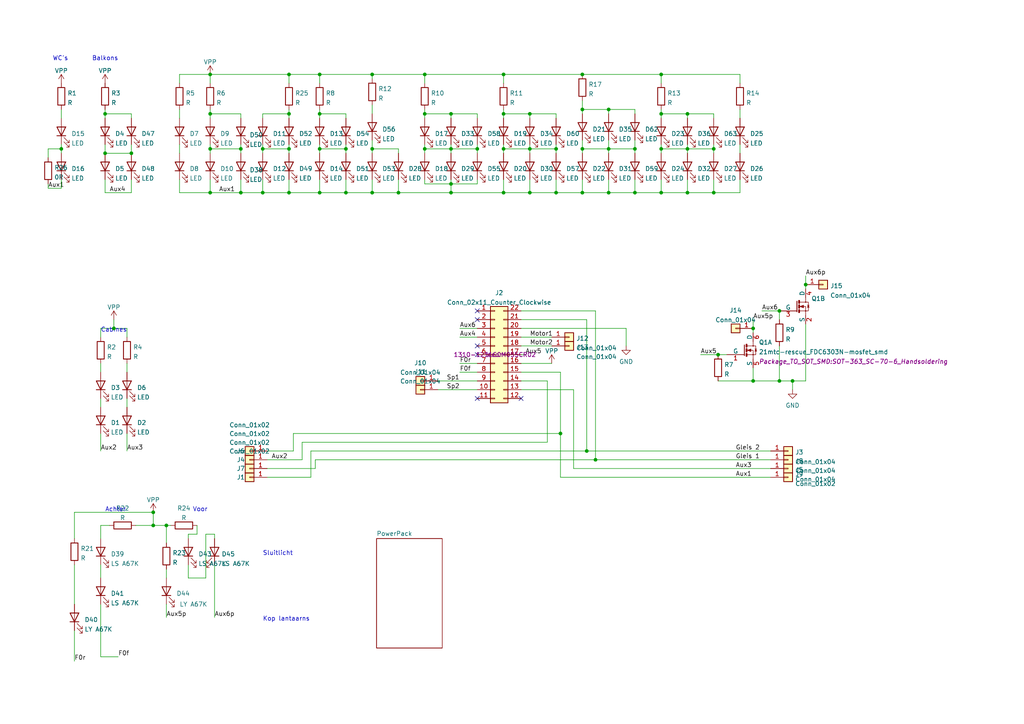
<source format=kicad_sch>
(kicad_sch (version 20211123) (generator eeschema)
  (paper "A4")
  (lib_symbols
    (symbol "21mtc-cache:21mtc-rescue_FDC6303N-mosfet_smd" (pin_names (offset 0))
      (property "Reference" "Q" (at 5.08 1.905 0))
      (property "Value" "21mtc-rescue_FDC6303N-mosfet_smd" (at 5.08 0 0))
      (property "Footprint" "SOT-363" (at 5.08 -1.905 0))
      (symbol "21mtc-rescue_FDC6303N-mosfet_smd_1_1"
        (pin input line (at -5.08 -1.27 0) (length 5.08) (name "G") (number "1"))
        (pin passive line (at 2.54 -5.08 90) (length 2.54) (name "S") (number "5"))
        (pin passive line (at 2.54 5.08 270) (length 2.54) (name "D") (number "6"))
      )
      (symbol "21mtc-rescue_FDC6303N-mosfet_smd_2_1"
        (pin passive line (at 2.54 -5.08 90) (length 2.54) (name "S") (number "2"))
        (pin input line (at -5.08 -1.27 0) (length 5.08) (name "G") (number "3"))
        (pin passive line (at 2.54 5.08 270) (length 2.54) (name "D") (number "4"))
      )
    )
    (symbol "Connector_Generic:Conn_01x01" (pin_names (offset 1.016) hide)
      (property "Reference" "J" (at 0 2.54 0))
      (property "Value" "Conn_01x01" (at 0 -2.54 0))
      (symbol "Conn_01x01_1_1"
        (pin passive line (at -5.08 0 0) (length 3.81) (name "Pin_1") (number "1"))
      )
    )
    (symbol "Connector_Generic:Conn_02x11_Counter_Clockwise" (pin_names (offset 1.016) hide)
      (property "Reference" "J" (at 1.27 15.24 0))
      (property "Value" "Conn_02x11_Counter_Clockwise" (at 1.27 -15.24 0))
      (symbol "Conn_02x11_Counter_Clockwise_1_1"
        (pin passive line (at -5.08 12.7 0) (length 3.81) (name "Pin_1") (number "1"))
        (pin passive line (at -5.08 -10.16 0) (length 3.81) (name "Pin_10") (number "10"))
        (pin passive line (at -5.08 -12.7 0) (length 3.81) (name "Pin_11") (number "11"))
        (pin passive line (at 7.62 -12.7 180) (length 3.81) (name "Pin_12") (number "12"))
        (pin passive line (at 7.62 -10.16 180) (length 3.81) (name "Pin_13") (number "13"))
        (pin passive line (at 7.62 -7.62 180) (length 3.81) (name "Pin_14") (number "14"))
        (pin passive line (at 7.62 -5.08 180) (length 3.81) (name "Pin_15") (number "15"))
        (pin passive line (at 7.62 -2.54 180) (length 3.81) (name "Pin_16") (number "16"))
        (pin passive line (at 7.62 0 180) (length 3.81) (name "Pin_17") (number "17"))
        (pin passive line (at 7.62 2.54 180) (length 3.81) (name "Pin_18") (number "18"))
        (pin passive line (at 7.62 5.08 180) (length 3.81) (name "Pin_19") (number "19"))
        (pin passive line (at -5.08 10.16 0) (length 3.81) (name "Pin_2") (number "2"))
        (pin passive line (at 7.62 7.62 180) (length 3.81) (name "Pin_20") (number "20"))
        (pin passive line (at 7.62 10.16 180) (length 3.81) (name "Pin_21") (number "21"))
        (pin passive line (at 7.62 12.7 180) (length 3.81) (name "Pin_22") (number "22"))
        (pin passive line (at -5.08 7.62 0) (length 3.81) (name "Pin_3") (number "3"))
        (pin passive line (at -5.08 5.08 0) (length 3.81) (name "Pin_4") (number "4"))
        (pin passive line (at -5.08 2.54 0) (length 3.81) (name "Pin_5") (number "5"))
        (pin passive line (at -5.08 0 0) (length 3.81) (name "Pin_6") (number "6"))
        (pin passive line (at -5.08 -2.54 0) (length 3.81) (name "Pin_7") (number "7"))
        (pin passive line (at -5.08 -5.08 0) (length 3.81) (name "Pin_8") (number "8"))
        (pin passive line (at -5.08 -7.62 0) (length 3.81) (name "Pin_9") (number "9"))
      )
    )
    (symbol "Device:LED" (pin_numbers hide) (pin_names (offset 1.016) hide)
      (property "Reference" "D" (at 0 2.54 0))
      (property "Value" "LED" (at 0 -2.54 0))
      (symbol "LED_1_1"
        (pin passive line (at -3.81 0 0) (length 2.54) (name "K") (number "1"))
        (pin passive line (at 3.81 0 180) (length 2.54) (name "A") (number "2"))
      )
    )
    (symbol "Device:R" (pin_numbers hide) (pin_names (offset 0))
      (property "Reference" "R" (at 2.032 0 90))
      (property "Value" "R" (at 0 0 90))
      (symbol "R_1_1"
        (pin passive line (at 0 3.81 270) (length 1.27) (name "~") (number "1"))
        (pin passive line (at 0 -3.81 90) (length 1.27) (name "~") (number "2"))
      )
    )
    (symbol "power:GND" (power) (pin_names (offset 0))
      (property "Value" "GND" (at 0 -3.81 0))
      (symbol "GND_1_1"
        (pin power_in line (at 0 0 270) (length 0) hide (name "GND") (number "1"))
      )
    )
    (symbol "power:VPP" (power) (pin_names (offset 0))
      (property "Value" "VPP" (at 0 3.81 0))
      (symbol "VPP_1_1"
        (pin power_in line (at 0 0 90) (length 0) hide (name "VPP") (number "1"))
      )
    )
    (symbol "pyth:LED_LS_A67K" (pin_numbers hide) (pin_names (offset 1.016) hide)
      (property "Reference" "D" (at 0 2.54 0))
      (symbol "LED_LS_A67K_1_1"
        (pin passive line (at -3.81 0 0) (length 2.54) (name "K") (number "1"))
        (pin passive line (at 3.81 0 180) (length 2.54) (name "A") (number "2"))
      )
    )
    (symbol "pyth:LY A67K" (pin_numbers hide) (pin_names (offset 1.016) hide)
      (property "Reference" "D" (at 0 2.54 0))
      (symbol "LY A67K_1_1"
        (pin passive line (at -3.81 0 0) (length 2.54) (name "K") (number "1"))
        (pin passive line (at 3.81 0 180) (length 2.54) (name "A") (number "2"))
      )
    )
  )
  (junction (at 184.15 55.88))
  (junction (at 226.06 90.17))
  (junction (at 146.05 43.18))
  (junction (at 92.71 33.02))
  (junction (at 60.96 43.18))
  (junction (at 208.28 102.87))
  (junction (at 69.85 43.18))
  (junction (at 138.43 43.18))
  (junction (at 199.39 55.88))
  (junction (at 199.39 33.02))
  (junction (at 33.02 95.25))
  (junction (at 153.67 43.18))
  (junction (at 176.53 31.75))
  (junction (at 168.91 43.18))
  (junction (at 92.71 43.18))
  (junction (at 130.81 43.18))
  (junction (at 191.77 33.02))
  (junction (at 83.82 55.88))
  (junction (at 60.96 33.02))
  (junction (at 233.68 82.55))
  (junction (at 199.39 43.18))
  (junction (at 83.82 21.59))
  (junction (at 123.19 43.18))
  (junction (at 153.67 55.88))
  (junction (at 100.33 55.88))
  (junction (at 17.78 43.18))
  (junction (at 76.2 43.18))
  (junction (at 107.95 21.59))
  (junction (at 123.19 33.02))
  (junction (at 115.57 55.88))
  (junction (at 161.29 55.88))
  (junction (at 172.72 133.35))
  (junction (at 123.19 21.59))
  (junction (at 44.45 152.4))
  (junction (at 207.01 55.88))
  (junction (at 207.01 43.18))
  (junction (at 38.1 44.45))
  (junction (at 176.53 43.18))
  (junction (at 92.71 21.59))
  (junction (at 146.05 21.59))
  (junction (at 168.91 31.75))
  (junction (at 218.44 110.49))
  (junction (at 191.77 21.59))
  (junction (at 191.77 55.88))
  (junction (at 30.48 33.02))
  (junction (at 107.95 55.88))
  (junction (at 146.05 55.88))
  (junction (at 60.96 55.88))
  (junction (at 191.77 43.18))
  (junction (at 130.81 55.88))
  (junction (at 170.18 130.81))
  (junction (at 69.85 55.88))
  (junction (at 100.33 43.18))
  (junction (at 76.2 55.88))
  (junction (at 229.87 110.49))
  (junction (at 83.82 43.18))
  (junction (at 162.56 125.73))
  (junction (at 176.53 55.88))
  (junction (at 168.91 55.88))
  (junction (at 153.67 33.02))
  (junction (at 168.91 21.59))
  (junction (at 226.06 110.49))
  (junction (at 161.29 43.18))
  (junction (at 48.26 152.4))
  (junction (at 83.82 33.02))
  (junction (at 130.81 33.02))
  (junction (at 60.96 21.59))
  (junction (at 218.44 95.25))
  (junction (at 146.05 33.02))
  (junction (at 184.15 43.18))
  (junction (at 30.48 44.45))
  (junction (at 44.45 148.59))
  (junction (at 92.71 55.88))
  (junction (at 130.81 53.34))
  (junction (at 107.95 43.18))
  (no_connect (at 138.43 102.87))
  (no_connect (at 138.43 115.57))
  (no_connect (at 138.43 90.17))
  (no_connect (at 138.43 100.33))
  (no_connect (at 138.43 92.71))
  (no_connect (at 151.13 115.57))
  (wire (pts (xy 100.33 34.29) (xy 100.33 33.02)))
  (wire (pts (xy 203.2 102.87) (xy 208.28 102.87)))
  (wire (pts (xy 60.96 52.07) (xy 60.96 55.88)))
  (wire (pts (xy 153.67 33.02) (xy 146.05 33.02)))
  (wire (pts (xy 30.48 31.75) (xy 30.48 33.02)))
  (wire (pts (xy 153.67 41.91) (xy 153.67 43.18)))
  (wire (pts (xy 123.19 24.13) (xy 123.19 21.59)))
  (wire (pts (xy 90.17 130.81) (xy 170.18 130.81)))
  (wire (pts (xy 153.67 43.18) (xy 153.67 44.45)))
  (wire (pts (xy 57.15 152.4) (xy 57.15 154.94)))
  (wire (pts (xy 52.07 21.59) (xy 60.96 21.59)))
  (wire (pts (xy 181.61 95.25) (xy 181.61 100.33)))
  (wire (pts (xy 226.06 90.17) (xy 226.06 92.71)))
  (wire (pts (xy 161.29 43.18) (xy 161.29 44.45)))
  (wire (pts (xy 60.96 21.59) (xy 83.82 21.59)))
  (wire (pts (xy 176.53 43.18) (xy 176.53 44.45)))
  (wire (pts (xy 127 113.03) (xy 138.43 113.03)))
  (wire (pts (xy 107.95 21.59) (xy 92.71 21.59)))
  (wire (pts (xy 59.69 167.64) (xy 54.61 167.64)))
  (wire (pts (xy 184.15 43.18) (xy 176.53 43.18)))
  (wire (pts (xy 168.91 43.18) (xy 168.91 44.45)))
  (wire (pts (xy 123.19 43.18) (xy 130.81 43.18)))
  (wire (pts (xy 207.01 52.07) (xy 207.01 55.88)))
  (wire (pts (xy 146.05 43.18) (xy 146.05 44.45)))
  (wire (pts (xy 130.81 53.34) (xy 130.81 55.88)))
  (wire (pts (xy 166.37 113.03) (xy 166.37 135.89)))
  (wire (pts (xy 146.05 24.13) (xy 146.05 21.59)))
  (wire (pts (xy 52.07 55.88) (xy 60.96 55.88)))
  (wire (pts (xy 13.97 45.72) (xy 13.97 43.18)))
  (wire (pts (xy 29.21 105.41) (xy 29.21 107.95)))
  (wire (pts (xy 199.39 55.88) (xy 191.77 55.88)))
  (wire (pts (xy 214.63 52.07) (xy 214.63 55.88)))
  (wire (pts (xy 17.78 31.75) (xy 17.78 34.29)))
  (wire (pts (xy 223.52 133.35) (xy 172.72 133.35)))
  (wire (pts (xy 161.29 33.02) (xy 153.67 33.02)))
  (wire (pts (xy 158.75 110.49) (xy 158.75 128.27)))
  (wire (pts (xy 83.82 24.13) (xy 83.82 21.59)))
  (wire (pts (xy 214.63 41.91) (xy 214.63 44.45)))
  (wire (pts (xy 146.05 41.91) (xy 146.05 43.18)))
  (wire (pts (xy 60.96 43.18) (xy 60.96 44.45)))
  (wire (pts (xy 226.06 100.33) (xy 226.06 110.49)))
  (wire (pts (xy 30.48 41.91) (xy 30.48 44.45)))
  (wire (pts (xy 172.72 133.35) (xy 91.44 133.35)))
  (wire (pts (xy 226.06 110.49) (xy 229.87 110.49)))
  (wire (pts (xy 100.33 43.18) (xy 100.33 44.45)))
  (wire (pts (xy 107.95 43.18) (xy 107.95 44.45)))
  (wire (pts (xy 44.45 152.4) (xy 48.26 152.4)))
  (wire (pts (xy 130.81 52.07) (xy 130.81 53.34)))
  (wire (pts (xy 52.07 52.07) (xy 52.07 55.88)))
  (wire (pts (xy 76.2 41.91) (xy 76.2 43.18)))
  (wire (pts (xy 184.15 44.45) (xy 184.15 43.18)))
  (wire (pts (xy 52.07 41.91) (xy 52.07 44.45)))
  (wire (pts (xy 77.47 130.81) (xy 85.09 130.81)))
  (wire (pts (xy 21.59 163.83) (xy 21.59 175.26)))
  (wire (pts (xy 91.44 133.35) (xy 91.44 135.89)))
  (wire (pts (xy 29.21 97.79) (xy 29.21 95.25)))
  (wire (pts (xy 33.02 92.71) (xy 33.02 95.25)))
  (wire (pts (xy 199.39 43.18) (xy 207.01 43.18)))
  (wire (pts (xy 138.43 34.29) (xy 138.43 33.02)))
  (wire (pts (xy 83.82 33.02) (xy 83.82 34.29)))
  (wire (pts (xy 92.71 43.18) (xy 92.71 44.45)))
  (wire (pts (xy 48.26 175.26) (xy 48.26 179.07)))
  (wire (pts (xy 161.29 34.29) (xy 161.29 33.02)))
  (wire (pts (xy 29.21 175.26) (xy 29.21 190.5)))
  (wire (pts (xy 184.15 55.88) (xy 184.15 52.07)))
  (wire (pts (xy 83.82 52.07) (xy 83.82 55.88)))
  (wire (pts (xy 48.26 152.4) (xy 49.53 152.4)))
  (wire (pts (xy 191.77 41.91) (xy 191.77 43.18)))
  (wire (pts (xy 29.21 115.57) (xy 29.21 118.11)))
  (wire (pts (xy 36.83 105.41) (xy 36.83 107.95)))
  (wire (pts (xy 146.05 21.59) (xy 123.19 21.59)))
  (wire (pts (xy 87.63 128.27) (xy 87.63 133.35)))
  (wire (pts (xy 76.2 52.07) (xy 76.2 55.88)))
  (wire (pts (xy 218.44 95.25) (xy 218.44 96.52)))
  (wire (pts (xy 85.09 130.81) (xy 85.09 125.73)))
  (wire (pts (xy 123.19 33.02) (xy 123.19 34.29)))
  (wire (pts (xy 17.78 41.91) (xy 17.78 43.18)))
  (wire (pts (xy 85.09 125.73) (xy 162.56 125.73)))
  (wire (pts (xy 207.01 55.88) (xy 199.39 55.88)))
  (wire (pts (xy 123.19 33.02) (xy 123.19 31.75)))
  (wire (pts (xy 151.13 97.79) (xy 160.02 97.79)))
  (wire (pts (xy 92.71 41.91) (xy 92.71 43.18)))
  (wire (pts (xy 107.95 55.88) (xy 100.33 55.88)))
  (wire (pts (xy 199.39 43.18) (xy 199.39 44.45)))
  (wire (pts (xy 76.2 55.88) (xy 69.85 55.88)))
  (wire (pts (xy 107.95 22.86) (xy 107.95 21.59)))
  (wire (pts (xy 115.57 43.18) (xy 107.95 43.18)))
  (wire (pts (xy 62.23 156.21) (xy 62.23 154.94)))
  (wire (pts (xy 17.78 43.18) (xy 17.78 44.45)))
  (wire (pts (xy 76.2 33.02) (xy 83.82 33.02)))
  (wire (pts (xy 31.75 152.4) (xy 29.21 152.4)))
  (wire (pts (xy 30.48 33.02) (xy 30.48 34.29)))
  (wire (pts (xy 83.82 55.88) (xy 76.2 55.88)))
  (wire (pts (xy 92.71 52.07) (xy 92.71 55.88)))
  (wire (pts (xy 138.43 33.02) (xy 130.81 33.02)))
  (wire (pts (xy 115.57 55.88) (xy 107.95 55.88)))
  (wire (pts (xy 151.13 110.49) (xy 158.75 110.49)))
  (wire (pts (xy 123.19 41.91) (xy 123.19 43.18)))
  (wire (pts (xy 130.81 43.18) (xy 130.81 44.45)))
  (wire (pts (xy 214.63 24.13) (xy 214.63 21.59)))
  (wire (pts (xy 130.81 43.18) (xy 138.43 43.18)))
  (wire (pts (xy 168.91 31.75) (xy 168.91 29.21)))
  (wire (pts (xy 92.71 21.59) (xy 92.71 24.13)))
  (wire (pts (xy 146.05 55.88) (xy 130.81 55.88)))
  (wire (pts (xy 59.69 154.94) (xy 59.69 167.64)))
  (wire (pts (xy 172.72 90.17) (xy 172.72 133.35)))
  (wire (pts (xy 133.35 97.79) (xy 138.43 97.79)))
  (wire (pts (xy 52.07 31.75) (xy 52.07 34.29)))
  (wire (pts (xy 13.97 54.61) (xy 13.97 53.34)))
  (wire (pts (xy 176.53 43.18) (xy 168.91 43.18)))
  (wire (pts (xy 57.15 154.94) (xy 54.61 154.94)))
  (wire (pts (xy 151.13 95.25) (xy 181.61 95.25)))
  (wire (pts (xy 176.53 31.75) (xy 176.53 33.02)))
  (wire (pts (xy 146.05 43.18) (xy 153.67 43.18)))
  (wire (pts (xy 100.33 41.91) (xy 100.33 43.18)))
  (wire (pts (xy 191.77 52.07) (xy 191.77 55.88)))
  (wire (pts (xy 176.53 55.88) (xy 184.15 55.88)))
  (wire (pts (xy 214.63 55.88) (xy 207.01 55.88)))
  (wire (pts (xy 162.56 107.95) (xy 162.56 125.73)))
  (wire (pts (xy 133.35 105.41) (xy 138.43 105.41)))
  (wire (pts (xy 123.19 53.34) (xy 130.81 53.34)))
  (wire (pts (xy 107.95 30.48) (xy 107.95 33.02)))
  (wire (pts (xy 218.44 106.68) (xy 218.44 110.49)))
  (wire (pts (xy 60.96 43.18) (xy 69.85 43.18)))
  (wire (pts (xy 191.77 55.88) (xy 184.15 55.88)))
  (wire (pts (xy 36.83 95.25) (xy 36.83 97.79)))
  (wire (pts (xy 60.96 55.88) (xy 69.85 55.88)))
  (wire (pts (xy 29.21 152.4) (xy 29.21 156.21)))
  (wire (pts (xy 69.85 41.91) (xy 69.85 43.18)))
  (wire (pts (xy 92.71 33.02) (xy 92.71 34.29)))
  (wire (pts (xy 229.87 113.03) (xy 229.87 110.49)))
  (wire (pts (xy 161.29 55.88) (xy 153.67 55.88)))
  (wire (pts (xy 207.01 34.29) (xy 207.01 33.02)))
  (wire (pts (xy 29.21 95.25) (xy 33.02 95.25)))
  (wire (pts (xy 115.57 44.45) (xy 115.57 43.18)))
  (wire (pts (xy 69.85 33.02) (xy 60.96 33.02)))
  (wire (pts (xy 161.29 55.88) (xy 168.91 55.88)))
  (wire (pts (xy 83.82 43.18) (xy 83.82 44.45)))
  (wire (pts (xy 44.45 148.59) (xy 21.59 148.59)))
  (wire (pts (xy 48.26 157.48) (xy 48.26 152.4)))
  (wire (pts (xy 38.1 41.91) (xy 38.1 44.45)))
  (wire (pts (xy 214.63 31.75) (xy 214.63 34.29)))
  (wire (pts (xy 69.85 34.29) (xy 69.85 33.02)))
  (wire (pts (xy 92.71 31.75) (xy 92.71 33.02)))
  (wire (pts (xy 218.44 110.49) (xy 226.06 110.49)))
  (wire (pts (xy 123.19 43.18) (xy 123.19 44.45)))
  (wire (pts (xy 151.13 102.87) (xy 152.4 102.87)))
  (wire (pts (xy 130.81 41.91) (xy 130.81 43.18)))
  (wire (pts (xy 184.15 31.75) (xy 176.53 31.75)))
  (wire (pts (xy 176.53 55.88) (xy 176.53 52.07)))
  (wire (pts (xy 54.61 154.94) (xy 54.61 156.21)))
  (wire (pts (xy 151.13 107.95) (xy 162.56 107.95)))
  (wire (pts (xy 168.91 31.75) (xy 168.91 33.02)))
  (wire (pts (xy 162.56 138.43) (xy 223.52 138.43)))
  (wire (pts (xy 127 110.49) (xy 138.43 110.49)))
  (wire (pts (xy 176.53 40.64) (xy 176.53 43.18)))
  (wire (pts (xy 191.77 33.02) (xy 191.77 34.29)))
  (wire (pts (xy 218.44 92.71) (xy 218.44 95.25)))
  (wire (pts (xy 44.45 148.59) (xy 44.45 152.4)))
  (wire (pts (xy 146.05 33.02) (xy 146.05 31.75)))
  (wire (pts (xy 207.01 33.02) (xy 199.39 33.02)))
  (wire (pts (xy 191.77 43.18) (xy 191.77 44.45)))
  (wire (pts (xy 83.82 33.02) (xy 83.82 31.75)))
  (wire (pts (xy 168.91 55.88) (xy 168.91 52.07)))
  (wire (pts (xy 107.95 40.64) (xy 107.95 43.18)))
  (wire (pts (xy 52.07 24.13) (xy 52.07 21.59)))
  (wire (pts (xy 130.81 55.88) (xy 115.57 55.88)))
  (wire (pts (xy 146.05 52.07) (xy 146.05 55.88)))
  (wire (pts (xy 138.43 43.18) (xy 138.43 44.45)))
  (wire (pts (xy 184.15 40.64) (xy 184.15 43.18)))
  (wire (pts (xy 168.91 43.18) (xy 168.91 40.64)))
  (wire (pts (xy 54.61 163.83) (xy 54.61 167.64)))
  (wire (pts (xy 83.82 21.59) (xy 92.71 21.59)))
  (wire (pts (xy 21.59 148.59) (xy 21.59 156.21)))
  (wire (pts (xy 130.81 33.02) (xy 130.81 34.29)))
  (wire (pts (xy 191.77 43.18) (xy 199.39 43.18)))
  (wire (pts (xy 130.81 53.34) (xy 138.43 53.34)))
  (wire (pts (xy 76.2 43.18) (xy 83.82 43.18)))
  (wire (pts (xy 153.67 55.88) (xy 146.05 55.88)))
  (wire (pts (xy 153.67 52.07) (xy 153.67 55.88)))
  (wire (pts (xy 60.96 33.02) (xy 60.96 31.75)))
  (wire (pts (xy 39.37 152.4) (xy 44.45 152.4)))
  (wire (pts (xy 133.35 107.95) (xy 138.43 107.95)))
  (wire (pts (xy 62.23 154.94) (xy 59.69 154.94)))
  (wire (pts (xy 166.37 135.89) (xy 223.52 135.89)))
  (wire (pts (xy 199.39 33.02) (xy 199.39 34.29)))
  (wire (pts (xy 184.15 33.02) (xy 184.15 31.75)))
  (wire (pts (xy 161.29 52.07) (xy 161.29 55.88)))
  (wire (pts (xy 168.91 55.88) (xy 176.53 55.88)))
  (wire (pts (xy 30.48 55.88) (xy 38.1 55.88)))
  (wire (pts (xy 207.01 41.91) (xy 207.01 43.18)))
  (wire (pts (xy 100.33 55.88) (xy 92.71 55.88)))
  (wire (pts (xy 92.71 43.18) (xy 100.33 43.18)))
  (wire (pts (xy 233.68 93.98) (xy 233.68 110.49)))
  (wire (pts (xy 38.1 52.07) (xy 38.1 55.88)))
  (wire (pts (xy 153.67 43.18) (xy 161.29 43.18)))
  (wire (pts (xy 151.13 113.03) (xy 166.37 113.03)))
  (wire (pts (xy 13.97 43.18) (xy 17.78 43.18)))
  (wire (pts (xy 220.98 90.17) (xy 226.06 90.17)))
  (wire (pts (xy 33.02 95.25) (xy 36.83 95.25)))
  (wire (pts (xy 100.33 33.02) (xy 92.71 33.02)))
  (wire (pts (xy 87.63 128.27) (xy 158.75 128.27)))
  (wire (pts (xy 36.83 125.73) (xy 36.83 130.81)))
  (wire (pts (xy 233.68 82.55) (xy 233.68 83.82)))
  (wire (pts (xy 208.28 110.49) (xy 218.44 110.49)))
  (wire (pts (xy 138.43 41.91) (xy 138.43 43.18)))
  (wire (pts (xy 30.48 44.45) (xy 38.1 44.45)))
  (wire (pts (xy 123.19 52.07) (xy 123.19 53.34)))
  (wire (pts (xy 170.18 130.81) (xy 223.52 130.81)))
  (wire (pts (xy 199.39 52.07) (xy 199.39 55.88)))
  (wire (pts (xy 233.68 80.01) (xy 233.68 82.55)))
  (wire (pts (xy 233.68 110.49) (xy 229.87 110.49)))
  (wire (pts (xy 17.78 54.61) (xy 13.97 54.61)))
  (wire (pts (xy 62.23 163.83) (xy 62.23 179.07)))
  (wire (pts (xy 191.77 21.59) (xy 168.91 21.59)))
  (wire (pts (xy 151.13 100.33) (xy 160.02 100.33)))
  (wire (pts (xy 138.43 53.34) (xy 138.43 52.07)))
  (wire (pts (xy 77.47 133.35) (xy 87.63 133.35)))
  (wire (pts (xy 48.26 165.1) (xy 48.26 167.64)))
  (wire (pts (xy 151.13 90.17) (xy 172.72 90.17)))
  (wire (pts (xy 29.21 190.5) (xy 34.29 190.5)))
  (wire (pts (xy 60.96 41.91) (xy 60.96 43.18)))
  (wire (pts (xy 83.82 41.91) (xy 83.82 43.18)))
  (wire (pts (xy 151.13 92.71) (xy 170.18 92.71)))
  (wire (pts (xy 38.1 33.02) (xy 38.1 34.29)))
  (wire (pts (xy 30.48 52.07) (xy 30.48 55.88)))
  (wire (pts (xy 60.96 21.59) (xy 60.96 24.13)))
  (wire (pts (xy 17.78 52.07) (xy 17.78 54.61)))
  (wire (pts (xy 191.77 24.13) (xy 191.77 21.59)))
  (wire (pts (xy 76.2 43.18) (xy 76.2 44.45)))
  (wire (pts (xy 77.47 138.43) (xy 90.17 138.43)))
  (wire (pts (xy 162.56 125.73) (xy 162.56 138.43)))
  (wire (pts (xy 207.01 43.18) (xy 207.01 44.45)))
  (wire (pts (xy 208.28 102.87) (xy 210.82 102.87)))
  (wire (pts (xy 191.77 31.75) (xy 191.77 33.02)))
  (wire (pts (xy 90.17 138.43) (xy 90.17 130.81)))
  (wire (pts (xy 29.21 163.83) (xy 29.21 167.64)))
  (wire (pts (xy 29.21 125.73) (xy 29.21 130.81)))
  (wire (pts (xy 115.57 52.07) (xy 115.57 55.88)))
  (wire (pts (xy 133.35 95.25) (xy 138.43 95.25)))
  (wire (pts (xy 60.96 33.02) (xy 60.96 34.29)))
  (wire (pts (xy 21.59 182.88) (xy 21.59 191.77)))
  (wire (pts (xy 91.44 135.89) (xy 77.47 135.89)))
  (wire (pts (xy 199.39 33.02) (xy 191.77 33.02)))
  (wire (pts (xy 176.53 31.75) (xy 168.91 31.75)))
  (wire (pts (xy 146.05 21.59) (xy 168.91 21.59)))
  (wire (pts (xy 69.85 43.18) (xy 69.85 44.45)))
  (wire (pts (xy 69.85 52.07) (xy 69.85 55.88)))
  (wire (pts (xy 170.18 92.71) (xy 170.18 130.81)))
  (wire (pts (xy 30.48 33.02) (xy 38.1 33.02)))
  (wire (pts (xy 130.81 33.02) (xy 123.19 33.02)))
  (wire (pts (xy 123.19 21.59) (xy 107.95 21.59)))
  (wire (pts (xy 107.95 52.07) (xy 107.95 55.88)))
  (wire (pts (xy 146.05 33.02) (xy 146.05 34.29)))
  (wire (pts (xy 76.2 34.29) (xy 76.2 33.02)))
  (wire (pts (xy 100.33 52.07) (xy 100.33 55.88)))
  (wire (pts (xy 153.67 33.02) (xy 153.67 34.29)))
  (wire (pts (xy 151.13 105.41) (xy 160.02 105.41)))
  (wire (pts (xy 92.71 55.88) (xy 83.82 55.88)))
  (wire (pts (xy 36.83 115.57) (xy 36.83 118.11)))
  (wire (pts (xy 199.39 41.91) (xy 199.39 43.18)))
  (wire (pts (xy 161.29 41.91) (xy 161.29 43.18)))
  (wire (pts (xy 214.63 21.59) (xy 191.77 21.59)))
  (text "Sluitlicht" (at 76.2 161.29 0) (effects (font (size 1.27 1.27)) (justify left bottom)))
  (text "Kop lantaarns" (at 76.2 180.34 0) (effects (font (size 1.27 1.27)) (justify left bottom)))
  (text "Achter" (at 30.48 148.59 0) (effects (font (size 1.27 1.27)) (justify left bottom)))
  (text "WC's" (at 15.24 17.78 0) (effects (font (size 1.27 1.27)) (justify left bottom)))
  (text "Balkons" (at 26.67 17.78 0) (effects (font (size 1.27 1.27)) (justify left bottom)))
  (text "Cabines" (at 29.21 96.52 0) (effects (font (size 1.27 1.27)) (justify left bottom)))
  (text "Voor" (at 55.88 148.59 0) (effects (font (size 1.27 1.27)) (justify left bottom)))
  (label "F0f" (at 34.29 190.5 0))
  (label "Aux3" (at 36.83 130.81 0))
  (label "Motor1" (at 153.67 97.79 0))
  (label "Aux5" (at 203.2 102.87 0))
  (label "Gleis 1" (at 213.36 133.35 0))
  (label "Aux4" (at 133.35 97.79 0))
  (label "Aux5p" (at 48.26 179.07 0))
  (label "Motor2" (at 153.67 100.33 0))
  (label "F0f" (at 133.35 107.95 0))
  (label "Aux6" (at 133.35 95.25 0))
  (label "Aux6p" (at 62.23 179.07 0))
  (label "Aux1" (at 213.36 138.43 0))
  (label "Gleis 2" (at 213.36 130.81 0))
  (label "Aux5" (at 152.4 102.87 0))
  (label "Aux3" (at 213.36 135.89 0))
  (label "Sp2" (at 129.54 113.03 0))
  (label "Aux6p" (at 233.68 80.01 0))
  (label "Aux5p" (at 218.44 92.71 0))
  (label "F0r" (at 21.59 191.77 0))
  (label "F0r" (at 133.35 105.41 0))
  (label "Aux2" (at 29.21 130.81 0))
  (label "Aux4" (at 31.75 55.88 0))
  (label "Aux6" (at 220.98 90.17 0))
  (label "Aux1" (at 63.5 55.88 0))
  (label "Aux1" (at 13.97 54.61 0))
  (label "Sp1" (at 129.54 110.49 0))
  (label "Aux2" (at 78.74 133.35 0))
  (symbol (lib_id "Device:LED") (at 130.81 38.1 90) (unit 1)
    (property "Reference" "D33" (at 133.731 38.779 90) (effects (justify right)))
    (property "Value" "LED" (at 133.731 41.5541 90) (effects (justify right)))
    (property "Footprint" "Pyth:MHT151CYCT" (effects hide))
  )
  (symbol (lib_id "Device:LED") (at 107.95 48.26 90) (unit 1)
    (property "Reference" "D53" (at 110.871 48.939 90) (effects (justify right)))
    (property "Value" "LED" (at 110.871 51.7141 90) (effects (justify right)))
    (property "Footprint" "Pyth:MHT151CYCT" (effects hide))
  )
  (symbol (lib_id "Connector_Generic:Conn_01x01") (at 228.6 138.43 0) (unit 1)
    (property "Reference" "J9" (at 230.632 137.5215 0) (effects (justify left)))
    (property "Value" "Conn_01x02" (at 230.632 140.2966 0) (effects (justify left)))
    (property "Footprint" "TestPoint:TestPoint_Pad_1.0x1.0mm" (effects hide))
  )
  (symbol (lib_id "Device:LED") (at 146.05 48.26 90) (unit 1)
    (property "Reference" "D20" (at 148.971 48.939 90) (effects (justify right)))
    (property "Value" "LED" (at 148.971 51.7141 90) (effects (justify right)))
    (property "Footprint" "Pyth:MHT151CYCT" (effects hide))
  )
  (symbol (lib_id "Connector_Generic:Conn_01x01") (at 213.36 95.25 180) (unit 1)
    (property "Reference" "J14" (at 213.36 90.0135 0))
    (property "Value" "Conn_01x04" (at 213.36 92.7886 0))
    (property "Footprint" "TestPoint:TestPoint_Pad_1.0x1.0mm" (effects hide))
  )
  (symbol (lib_id "Device:LED") (at 60.96 38.1 90) (unit 1)
    (property "Reference" "D9" (at 63.881 38.779 90) (effects (justify right)))
    (property "Value" "LED" (at 63.881 41.5541 90) (effects (justify right)))
    (property "Footprint" "Pyth:MHT151CYCT" (effects hide))
  )
  (symbol (lib_id "Device:LED") (at 76.2 48.26 90) (unit 1)
    (property "Reference" "D12" (at 79.121 48.939 90) (effects (justify right)))
    (property "Value" "LED" (at 79.121 51.7141 90) (effects (justify right)))
    (property "Footprint" "Pyth:MHT151CYCT" (effects hide))
  )
  (symbol (lib_id "Device:LED") (at 83.82 38.1 90) (unit 1)
    (property "Reference" "D52" (at 86.741 38.779 90) (effects (justify right)))
    (property "Value" "LED" (at 86.741 41.5541 90) (effects (justify right)))
    (property "Footprint" "Pyth:MHT151CYCT" (effects hide))
  )
  (symbol (lib_id "pyth:LY A67K") (at 21.59 179.07 90) (unit 1)
    (property "Reference" "D40" (at 24.511 179.749 90) (effects (justify right)))
    (property "Value" "LY A67K" (at 24.511 182.5241 90) (effects (justify right)))
    (property "Footprint" "Pyth:LED_Osram_LY_A64K" (effects hide))
    (property "MPN" "LY A67K-J2M1-26-0-2-R33-Z" (effects hide))
    (property "LCSC" " C2900136" (effects hide))
    (property "Reichelt" "K04-022" (effects hide))
    (property "MFN" "Osram" (effects hide))
  )
  (symbol (lib_id "Device:LED") (at 161.29 38.1 90) (unit 1)
    (property "Reference" "D60" (at 164.211 38.779 90) (effects (justify right)))
    (property "Value" "LED" (at 164.211 41.5541 90) (effects (justify right)))
    (property "Footprint" "Pyth:MHT151CYCT" (effects hide))
  )
  (symbol (lib_id "Device:LED") (at 29.21 111.76 90) (unit 1)
    (property "Reference" "D3" (at 32.131 112.439 90) (effects (justify right)))
    (property "Value" "LED" (at 32.131 115.2141 90) (effects (justify right)))
    (property "Footprint" "Pyth:MHT151CYCT" (effects hide))
  )
  (symbol (lib_id "Device:LED") (at 100.33 38.1 90) (unit 1)
    (property "Reference" "D54" (at 103.251 38.779 90) (effects (justify right)))
    (property "Value" "LED" (at 103.251 41.5541 90) (effects (justify right)))
    (property "Footprint" "Pyth:MHT151CYCT" (effects hide))
  )
  (symbol (lib_id "Connector_Generic:Conn_01x01") (at 72.39 133.35 180) (unit 1)
    (property "Reference" "J4" (at 69.85 133.35 0))
    (property "Value" "Conn_01x02" (at 72.39 125.8086 0))
    (property "Footprint" "TestPoint:TestPoint_Pad_1.0x1.0mm" (effects hide))
  )
  (symbol (lib_id "Device:R") (at 146.05 27.94 0) (unit 1)
    (property "Reference" "R11" (at 147.828 27.0315 0) (effects (justify left)))
    (property "Value" "R" (at 147.828 29.8066 0) (effects (justify left)))
    (property "Footprint" "Resistor_SMD:R_0805_2012Metric_Pad1.20x1.40mm_HandSolder" (effects hide))
  )
  (symbol (lib_id "pyth:LED_LS_A67K") (at 29.21 171.45 90) (unit 1)
    (property "Reference" "D41" (at 32.131 172.129 90) (effects (justify right)))
    (property "Value" "LS A67K" (at 32.131 174.9041 90) (effects (justify right)))
    (property "Footprint" "Pyth:LED_Osram_LY_A64K" (effects hide))
    (property "MPN" "LS A67K-J1L2-1-0-2-R33-Z" (effects hide))
    (property "LCSC" "C2830540" (effects hide))
    (property "Reichelt" "G20-344" (effects hide))
    (property "MFN" "Osram" (effects hide))
  )
  (symbol (lib_id "Device:LED") (at 100.33 48.26 90) (unit 1)
    (property "Reference" "D51" (at 103.251 48.939 90) (effects (justify right)))
    (property "Value" "LED" (at 103.251 51.7141 90) (effects (justify right)))
    (property "Footprint" "Pyth:MHT151CYCT" (effects hide))
  )
  (symbol (lib_id "Device:R") (at 123.19 27.94 0) (unit 1)
    (property "Reference" "R10" (at 124.968 27.0315 0) (effects (justify left)))
    (property "Value" "R" (at 124.968 29.8066 0) (effects (justify left)))
    (property "Footprint" "Resistor_SMD:R_0805_2012Metric_Pad1.20x1.40mm_HandSolder" (effects hide))
  )
  (symbol (lib_id "Device:LED") (at 52.07 48.26 90) (unit 1)
    (property "Reference" "D8" (at 54.991 48.939 90) (effects (justify right)))
    (property "Value" "LED" (at 54.991 51.7141 90) (effects (justify right)))
    (property "Footprint" "Pyth:MHT151CYCT" (effects hide))
  )
  (symbol (lib_id "Device:LED") (at 38.1 38.1 90) (unit 1)
    (property "Reference" "D47" (at 41.021 38.779 90) (effects (justify right)))
    (property "Value" "LED" (at 41.021 41.5541 90) (effects (justify right)))
    (property "Footprint" "Pyth:MHT151CYCT" (effects hide))
  )
  (symbol (lib_id "Device:LED") (at 30.48 38.1 90) (unit 1)
    (property "Reference" "D4" (at 33.401 38.779 90) (effects (justify right)))
    (property "Value" "LED" (at 33.401 41.5541 90) (effects (justify right)))
    (property "Footprint" "Pyth:MHT151CYCT" (effects hide))
  )
  (symbol (lib_id "Device:LED") (at 92.71 38.1 90) (unit 1)
    (property "Reference" "D13" (at 95.631 38.779 90) (effects (justify right)))
    (property "Value" "LED" (at 95.631 41.5541 90) (effects (justify right)))
    (property "Footprint" "Pyth:MHT151CYCT" (effects hide))
  )
  (symbol (lib_id "power:VPP") (at 60.96 21.59 0) (unit 1)
    (property "Reference" "#PWR0102" (effects hide))
    (property "Value" "VPP" (at 60.96 17.9855 0))
  )
  (symbol (lib_id "Device:LED") (at 30.48 48.26 90) (unit 1)
    (property "Reference" "D5" (at 33.401 48.939 90) (effects (justify right)))
    (property "Value" "LED" (at 33.401 51.7141 90) (effects (justify right)))
    (property "Footprint" "Pyth:MHT151CYCT" (effects hide))
  )
  (symbol (lib_id "Connector_Generic:Conn_01x01") (at 228.6 135.89 0) (unit 1)
    (property "Reference" "J5" (at 230.632 136.2515 0) (effects (justify left)))
    (property "Value" "Conn_01x04" (at 230.632 139.0266 0) (effects (justify left)))
    (property "Footprint" "TestPoint:TestPoint_Pad_1.0x1.0mm" (effects hide))
  )
  (symbol (lib_id "Device:LED") (at 191.77 48.26 90) (unit 1)
    (property "Reference" "D24" (at 194.691 48.939 90) (effects (justify right)))
    (property "Value" "LED" (at 194.691 51.7141 90) (effects (justify right)))
    (property "Footprint" "Pyth:MHT151CYCT" (effects hide))
  )
  (symbol (lib_id "Device:R") (at 52.07 27.94 0) (unit 1)
    (property "Reference" "R5" (at 53.848 27.0315 0) (effects (justify left)))
    (property "Value" "R" (at 53.848 29.8066 0) (effects (justify left)))
    (property "Footprint" "Resistor_SMD:R_0805_2012Metric_Pad1.20x1.40mm_HandSolder" (effects hide))
  )
  (symbol (lib_id "Device:R") (at 13.97 49.53 0) (unit 1)
    (property "Reference" "R26" (at 15.748 48.6215 0) (effects (justify left)))
    (property "Value" "0R" (at 15.748 51.3966 0) (effects (justify left)))
    (property "Footprint" "Resistor_SMD:R_0805_2012Metric_Pad1.20x1.40mm_HandSolder" (effects hide))
  )
  (symbol (lib_id "Device:LED") (at 38.1 48.26 90) (unit 1)
    (property "Reference" "D48" (at 41.021 48.939 90) (effects (justify right)))
    (property "Value" "LED" (at 41.021 51.7141 90) (effects (justify right)))
    (property "Footprint" "Pyth:MHT151CYCT" (effects hide))
  )
  (symbol (lib_id "Device:LED") (at 60.96 48.26 90) (unit 1)
    (property "Reference" "D10" (at 63.881 48.939 90) (effects (justify right)))
    (property "Value" "LED" (at 63.881 51.7141 90) (effects (justify right)))
    (property "Footprint" "Pyth:MHT151CYCT" (effects hide))
  )
  (symbol (lib_id "Device:LED") (at 207.01 38.1 90) (unit 1)
    (property "Reference" "D63" (at 209.931 38.779 90) (effects (justify right)))
    (property "Value" "LED" (at 209.931 41.5541 90) (effects (justify right)))
    (property "Footprint" "Pyth:MHT151CYCT" (effects hide))
  )
  (symbol (lib_id "Device:LED") (at 138.43 38.1 90) (unit 1)
    (property "Reference" "D58" (at 141.351 38.779 90) (effects (justify right)))
    (property "Value" "LED" (at 141.351 41.5541 90) (effects (justify right)))
    (property "Footprint" "Pyth:MHT151CYCT" (effects hide))
  )
  (symbol (lib_id "Device:LED") (at 17.78 48.26 90) (unit 1)
    (property "Reference" "D16" (at 20.701 48.939 90) (effects (justify right)))
    (property "Value" "LED" (at 20.701 51.7141 90) (effects (justify right)))
    (property "Footprint" "Pyth:MHT151CYCT" (effects hide))
  )
  (symbol (lib_id "Connector_Generic:Conn_01x01") (at 72.39 135.89 180) (unit 1)
    (property "Reference" "J7" (at 69.85 135.89 0))
    (property "Value" "Conn_01x02" (at 72.39 128.3486 0))
    (property "Footprint" "TestPoint:TestPoint_Pad_1.0x1.0mm" (effects hide))
  )
  (symbol (lib_id "Device:R") (at 168.91 25.4 0) (unit 1)
    (property "Reference" "R17" (at 170.688 24.4915 0) (effects (justify left)))
    (property "Value" "R" (at 170.688 27.2666 0) (effects (justify left)))
    (property "Footprint" "Resistor_SMD:R_0805_2012Metric_Pad1.20x1.40mm_HandSolder" (effects hide))
  )
  (symbol (lib_id "Connector_Generic:Conn_01x01") (at 72.39 138.43 180) (unit 1)
    (property "Reference" "J1" (at 69.85 138.43 0))
    (property "Value" "Conn_01x02" (at 72.39 130.8886 0))
    (property "Footprint" "TestPoint:TestPoint_Pad_1.0x1.0mm" (effects hide))
  )
  (symbol (lib_id "pyth:LED_LS_A67K") (at 29.21 160.02 90) (unit 1)
    (property "Reference" "D39" (at 32.131 160.699 90) (effects (justify right)))
    (property "Value" "LS A67K" (at 32.131 163.4741 90) (effects (justify right)))
    (property "Footprint" "Pyth:LED_Osram_LY_A64K" (effects hide))
    (property "LCSC" "C2830540" (effects hide))
    (property "MFN" "Osram" (effects hide))
    (property "MPN" "LS A67K-J1L2-1-0-2-R33-Z" (effects hide))
    (property "Reichelt" "G20-344" (effects hide))
  )
  (symbol (lib_id "Device:LED") (at 83.82 48.26 90) (unit 1)
    (property "Reference" "D49" (at 86.741 48.939 90) (effects (justify right)))
    (property "Value" "LED" (at 86.741 51.7141 90) (effects (justify right)))
    (property "Footprint" "Pyth:MHT151CYCT" (effects hide))
  )
  (symbol (lib_id "Device:R") (at 30.48 27.94 0) (unit 1)
    (property "Reference" "R3" (at 32.258 27.0315 0) (effects (justify left)))
    (property "Value" "R" (at 32.258 29.8066 0) (effects (justify left)))
    (property "Footprint" "Resistor_SMD:R_0805_2012Metric_Pad1.20x1.40mm_HandSolder" (effects hide))
  )
  (symbol (lib_id "Device:LED") (at 17.78 38.1 90) (unit 1)
    (property "Reference" "D15" (at 20.701 38.779 90) (effects (justify right)))
    (property "Value" "LED" (at 20.701 41.5541 90) (effects (justify right)))
    (property "Footprint" "Pyth:MHT151CYCT" (effects hide))
  )
  (symbol (lib_id "Device:LED") (at 168.91 48.26 90) (unit 1)
    (property "Reference" "D22" (at 171.831 48.939 90) (effects (justify right)))
    (property "Value" "LED" (at 171.831 51.7141 90) (effects (justify right)))
    (property "Footprint" "Pyth:MHT151CYCT" (effects hide))
  )
  (symbol (lib_id "Device:LED") (at 191.77 38.1 90) (unit 1)
    (property "Reference" "D23" (at 194.691 38.779 90) (effects (justify right)))
    (property "Value" "LED" (at 194.691 41.5541 90) (effects (justify right)))
    (property "Footprint" "Pyth:MHT151CYCT" (effects hide))
  )
  (symbol (lib_id "Device:LED") (at 92.71 48.26 90) (unit 1)
    (property "Reference" "D14" (at 95.631 48.939 90) (effects (justify right)))
    (property "Value" "LED" (at 95.631 51.7141 90) (effects (justify right)))
    (property "Footprint" "Pyth:MHT151CYCT" (effects hide))
  )
  (symbol (lib_id "Device:LED") (at 153.67 38.1 90) (unit 1)
    (property "Reference" "D34" (at 156.591 38.779 90) (effects (justify right)))
    (property "Value" "LED" (at 156.591 41.5541 90) (effects (justify right)))
    (property "Footprint" "Pyth:MHT151CYCT" (effects hide))
  )
  (symbol (lib_id "Device:LED") (at 146.05 38.1 90) (unit 1)
    (property "Reference" "D19" (at 148.971 38.779 90) (effects (justify right)))
    (property "Value" "LED" (at 148.971 41.5541 90) (effects (justify right)))
    (property "Footprint" "Pyth:MHT151CYCT" (effects hide))
  )
  (symbol (lib_id "Device:LED") (at 36.83 121.92 90) (unit 1)
    (property "Reference" "D2" (at 39.751 122.599 90) (effects (justify right)))
    (property "Value" "LED" (at 39.751 125.3741 90) (effects (justify right)))
    (property "Footprint" "Pyth:MHT151CYCT" (effects hide))
  )
  (symbol (lib_id "power:GND") (at 181.61 100.33 0) (unit 1)
    (property "Reference" "#PWR01" (effects hide))
    (property "Value" "GND" (at 181.61 104.8925 0))
  )
  (symbol (lib_id "21mtc-cache:21mtc-rescue_FDC6303N-mosfet_smd") (at 231.14 88.9 0) (unit 2)
    (property "Reference" "Q1" (at 235.331 86.6039 0) (effects (justify left)))
    (property "Value" "21mtc-rescue_FDC6303N-mosfet_smd" (effects hide))
    (property "Footprint" "Package_TO_SOT_SMD:SOT-363_SC-70-6_Handsoldering" (effects hide))
    (property "MFN" "FDC6303N" (effects hide))
    (property "MFP" "Onsemi" (effects hide))
    (property "MFN2" "Onsemi" (effects hide))
    (property "MFP2" "2N2007DW" (effects hide))
    (property "LCSC2" "C83571" (effects hide))
  )
  (symbol (lib_id "Device:R") (at 48.26 161.29 0) (unit 1)
    (property "Reference" "R23" (at 50.038 160.3815 0) (effects (justify left)))
    (property "Value" "R" (at 50.038 163.1566 0) (effects (justify left)))
    (property "Footprint" "Resistor_SMD:R_0805_2012Metric_Pad1.20x1.40mm_HandSolder" (effects hide))
  )
  (symbol (lib_id "Device:LED") (at 161.29 48.26 90) (unit 1)
    (property "Reference" "D57" (at 164.211 48.939 90) (effects (justify right)))
    (property "Value" "LED" (at 164.211 51.7141 90) (effects (justify right)))
    (property "Footprint" "Pyth:MHT151CYCT" (effects hide))
  )
  (symbol (lib_id "Device:R") (at 226.06 96.52 0) (unit 1)
    (property "Reference" "R9" (at 227.838 95.6115 0) (effects (justify left)))
    (property "Value" "R" (at 227.838 98.3866 0) (effects (justify left)))
    (property "Footprint" "Resistor_SMD:R_0805_2012Metric_Pad1.20x1.40mm_HandSolder" (effects hide))
  )
  (symbol (lib_id "power:VPP") (at 33.02 92.71 0) (unit 1)
    (property "Reference" "#PWR0104" (effects hide))
    (property "Value" "VPP" (at 33.02 89.1055 0))
  )
  (symbol (lib_id "Connector_Generic:Conn_01x01") (at 165.1 97.79 0) (unit 1)
    (property "Reference" "J12" (at 167.132 98.1515 0) (effects (justify left)))
    (property "Value" "Conn_01x04" (at 167.132 100.9266 0) (effects (justify left)))
    (property "Footprint" "TestPoint:TestPoint_Pad_1.0x1.0mm" (effects hide))
  )
  (symbol (lib_id "Device:R") (at 92.71 27.94 0) (unit 1)
    (property "Reference" "R8" (at 94.488 27.0315 0) (effects (justify left)))
    (property "Value" "R" (at 94.488 29.8066 0) (effects (justify left)))
    (property "Footprint" "Resistor_SMD:R_0805_2012Metric_Pad1.20x1.40mm_HandSolder" (effects hide))
  )
  (symbol (lib_id "Device:R") (at 107.95 26.67 0) (unit 1)
    (property "Reference" "R12" (at 109.728 25.7615 0) (effects (justify left)))
    (property "Value" "R" (at 109.728 28.5366 0) (effects (justify left)))
    (property "Footprint" "Resistor_SMD:R_0805_2012Metric_Pad1.20x1.40mm_HandSolder" (effects hide))
  )
  (symbol (lib_id "Device:R") (at 214.63 27.94 0) (unit 1)
    (property "Reference" "R14" (at 216.408 27.0315 0) (effects (justify left)))
    (property "Value" "R" (at 216.408 29.8066 0) (effects (justify left)))
    (property "Footprint" "Resistor_SMD:R_0805_2012Metric_Pad1.20x1.40mm_HandSolder" (effects hide))
  )
  (symbol (lib_id "power:VPP") (at 160.02 105.41 0) (unit 1)
    (property "Reference" "#PWR0101" (effects hide))
    (property "Value" "VPP" (at 160.02 101.8055 0))
  )
  (symbol (lib_id "Device:LED") (at 168.91 36.83 90) (unit 1)
    (property "Reference" "D21" (at 171.831 37.509 90) (effects (justify right)))
    (property "Value" "LED" (at 171.831 40.2841 90) (effects (justify right)))
    (property "Footprint" "Pyth:MHT151CYCT" (effects hide))
  )
  (symbol (lib_id "Device:LED") (at 123.19 38.1 90) (unit 1)
    (property "Reference" "D17" (at 126.111 38.779 90) (effects (justify right)))
    (property "Value" "LED" (at 126.111 41.5541 90) (effects (justify right)))
    (property "Footprint" "Pyth:MHT151CYCT" (effects hide))
  )
  (symbol (lib_id "Device:LED") (at 36.83 111.76 90) (unit 1)
    (property "Reference" "D6" (at 39.751 112.439 90) (effects (justify right)))
    (property "Value" "LED" (at 39.751 115.2141 90) (effects (justify right)))
    (property "Footprint" "Pyth:MHT151CYCT" (effects hide))
  )
  (symbol (lib_id "power:VPP") (at 44.45 148.59 0) (unit 1)
    (property "Reference" "#PWR0103" (effects hide))
    (property "Value" "VPP" (at 44.45 144.9855 0))
  )
  (symbol (lib_id "power:GND") (at 229.87 113.03 0) (unit 1)
    (property "Reference" "#PWR02" (effects hide))
    (property "Value" "GND" (at 229.87 117.5925 0))
  )
  (symbol (lib_id "Device:LED") (at 138.43 48.26 90) (unit 1)
    (property "Reference" "D55" (at 141.351 48.939 90) (effects (justify right)))
    (property "Value" "LED" (at 141.351 51.7141 90) (effects (justify right)))
    (property "Footprint" "Pyth:MHT151CYCT" (effects hide))
  )
  (symbol (lib_id "Device:R") (at 29.21 101.6 0) (unit 1)
    (property "Reference" "R2" (at 30.988 100.6915 0) (effects (justify left)))
    (property "Value" "R" (at 30.988 103.4666 0) (effects (justify left)))
    (property "Footprint" "Resistor_SMD:R_0805_2012Metric_Pad1.20x1.40mm_HandSolder" (effects hide))
  )
  (symbol (lib_id "Connector_Generic:Conn_01x01") (at 165.1 100.33 0) (unit 1)
    (property "Reference" "J13" (at 167.132 100.6915 0) (effects (justify left)))
    (property "Value" "Conn_01x04" (at 167.132 103.4666 0) (effects (justify left)))
    (property "Footprint" "TestPoint:TestPoint_Pad_1.0x1.0mm" (effects hide))
  )
  (symbol (lib_id "Connector_Generic:Conn_02x11_Counter_Clockwise") (at 143.51 102.87 0) (unit 1)
    (property "Reference" "J2" (at 144.78 84.9335 0))
    (property "Value" "Conn_02x11_Counter_Clockwise" (at 144.78 87.7086 0))
    (property "Footprint" "Connector_PinHeader_1.27mm:PinHeader_2x11_P1.27mm_Vertical_SMD" (effects hide))
    (property "MFN" "Wcon" (at 143.51 102.87 0))
    (property "MFP" "1310-1211G0M055CR02" (at 143.51 102.87 0))
    (property "LCSC" "C920913" (effects hide))
  )
  (symbol (lib_id "Device:LED") (at 130.81 48.26 90) (unit 1)
    (property "Reference" "D29" (at 133.731 48.939 90) (effects (justify right)))
    (property "Value" "LED" (at 133.731 51.7141 90) (effects (justify right)))
    (property "Footprint" "Pyth:MHT151CYCT" (effects hide))
  )
  (symbol (lib_id "Connector_Generic:Conn_01x01") (at 238.76 82.55 0) (unit 1)
    (property "Reference" "J15" (at 240.792 82.9115 0) (effects (justify left)))
    (property "Value" "Conn_01x04" (at 240.792 85.6866 0) (effects (justify left)))
    (property "Footprint" "TestPoint:TestPoint_Pad_1.0x1.0mm" (effects hide))
  )
  (symbol (lib_id "Device:LED") (at 153.67 48.26 90) (unit 1)
    (property "Reference" "D30" (at 156.591 48.939 90) (effects (justify right)))
    (property "Value" "LED" (at 156.591 51.7141 90) (effects (justify right)))
    (property "Footprint" "Pyth:MHT151CYCT" (effects hide))
  )
  (symbol (lib_id "power:VPP") (at 17.78 24.13 0) (unit 1)
    (property "Reference" "#PWR0106" (effects hide))
    (property "Value" "VPP" (at 17.78 20.5255 0))
  )
  (symbol (lib_id "Device:LED") (at 214.63 38.1 90) (unit 1)
    (property "Reference" "D25" (at 217.551 38.779 90) (effects (justify right)))
    (property "Value" "LED" (at 217.551 41.5541 90) (effects (justify right)))
    (property "Footprint" "Pyth:MHT151CYCT" (effects hide))
  )
  (symbol (lib_id "Device:LED") (at 115.57 48.26 90) (unit 1)
    (property "Reference" "D28" (at 118.491 48.939 90) (effects (justify right)))
    (property "Value" "LED" (at 118.491 51.7141 90) (effects (justify right)))
    (property "Footprint" "Pyth:MHT151CYCT" (effects hide))
  )
  (symbol (lib_id "Device:R") (at 17.78 27.94 0) (unit 1)
    (property "Reference" "R1" (at 19.558 27.0315 0) (effects (justify left)))
    (property "Value" "R" (at 19.558 29.8066 0) (effects (justify left)))
    (property "Footprint" "Resistor_SMD:R_0805_2012Metric_Pad1.20x1.40mm_HandSolder" (effects hide))
  )
  (symbol (lib_id "Device:LED") (at 52.07 38.1 90) (unit 1)
    (property "Reference" "D7" (at 54.991 38.779 90) (effects (justify right)))
    (property "Value" "LED" (at 54.991 41.5541 90) (effects (justify right)))
    (property "Footprint" "Pyth:MHT151CYCT" (effects hide))
  )
  (symbol (lib_id "pyth:LED_LS_A67K") (at 62.23 160.02 270) (mirror x) (unit 1)
    (property "Reference" "D45" (at 64.262 160.699 90) (effects (justify left)))
    (property "Value" "LS A67K" (at 64.262 163.4741 90) (effects (justify left)))
    (property "Footprint" "Pyth:LED_Osram_LY_A64K" (effects hide))
    (property "MPN" "LS A67K-J1L2-1-0-2-R33-Z" (effects hide))
    (property "LCSC" "C2830540" (effects hide))
    (property "Reichelt" "G20-344" (effects hide))
    (property "MFN" "Osram" (effects hide))
  )
  (symbol (lib_id "Device:LED") (at 69.85 38.1 90) (unit 1)
    (property "Reference" "D50" (at 72.39 39.1349 90) (effects (justify right)))
    (property "Value" "LED" (at 72.39 41.91 90) (effects (justify right)))
    (property "Footprint" "Pyth:MHT151CYCT" (effects hide))
  )
  (symbol (lib_id "Connector_Generic:Conn_01x01") (at 72.39 130.81 180) (unit 1)
    (property "Reference" "J6" (at 69.85 130.81 0))
    (property "Value" "Conn_01x02" (at 72.39 123.2686 0))
    (property "Footprint" "TestPoint:TestPoint_Pad_1.0x1.0mm" (effects hide))
  )
  (symbol (lib_id "21mtc-cache:21mtc-rescue_FDC6303N-mosfet_smd") (at 215.9 101.6 0) (unit 1)
    (property "Reference" "Q1" (at 220.091 99.3039 0) (effects (justify left)))
    (property "Value" "21mtc-rescue_FDC6303N-mosfet_smd" (at 220.091 102.079 0) (effects (justify left)))
    (property "Footprint" "Package_TO_SOT_SMD:SOT-363_SC-70-6_Handsoldering" (at 220.091 104.8541 0) (effects (font italic) (justify left)))
  )
  (symbol (lib_id "Connector_Generic:Conn_01x01") (at 228.6 133.35 0) (unit 1)
    (property "Reference" "J8" (at 230.632 133.7115 0) (effects (justify left)))
    (property "Value" "Conn_01x04" (at 230.632 136.4866 0) (effects (justify left)))
    (property "Footprint" "TestPoint:TestPoint_Pad_1.0x1.0mm" (effects hide))
  )
  (symbol (lib_id "power:VPP") (at 30.48 24.13 0) (unit 1)
    (property "Reference" "#PWR0105" (effects hide))
    (property "Value" "VPP" (at 30.48 20.5255 0))
  )
  (symbol (lib_id "Device:R") (at 191.77 27.94 0) (unit 1)
    (property "Reference" "R13" (at 193.548 27.0315 0) (effects (justify left)))
    (property "Value" "R" (at 193.548 29.8066 0) (effects (justify left)))
    (property "Footprint" "Resistor_SMD:R_0805_2012Metric_Pad1.20x1.40mm_HandSolder" (effects hide))
  )
  (symbol (lib_id "Device:R") (at 21.59 160.02 0) (unit 1)
    (property "Reference" "R21" (at 23.368 159.1115 0) (effects (justify left)))
    (property "Value" "R" (at 23.368 161.8866 0) (effects (justify left)))
    (property "Footprint" "Resistor_SMD:R_0805_2012Metric_Pad1.20x1.40mm_HandSolder" (effects hide))
  )
  (symbol (lib_id "Device:R") (at 60.96 27.94 0) (unit 1)
    (property "Reference" "R6" (at 62.738 27.0315 0) (effects (justify left)))
    (property "Value" "R" (at 62.738 29.8066 0) (effects (justify left)))
    (property "Footprint" "Resistor_SMD:R_0805_2012Metric_Pad1.20x1.40mm_HandSolder" (effects hide))
  )
  (symbol (lib_id "Device:LED") (at 29.21 121.92 90) (unit 1)
    (property "Reference" "D1" (at 32.131 122.599 90) (effects (justify right)))
    (property "Value" "LED" (at 32.131 125.3741 90) (effects (justify right)))
    (property "Footprint" "Pyth:MHT151CYCT" (effects hide))
  )
  (symbol (lib_id "Device:LED") (at 207.01 48.26 90) (unit 1)
    (property "Reference" "D27" (at 209.931 48.939 90) (effects (justify right)))
    (property "Value" "LED" (at 209.931 51.7141 90) (effects (justify right)))
    (property "Footprint" "Pyth:MHT151CYCT" (effects hide))
  )
  (symbol (lib_id "Device:LED") (at 199.39 38.1 90) (unit 1)
    (property "Reference" "D36" (at 202.311 38.779 90) (effects (justify right)))
    (property "Value" "LED" (at 202.311 41.5541 90) (effects (justify right)))
    (property "Footprint" "Pyth:MHT151CYCT" (effects hide))
  )
  (symbol (lib_id "Connector_Generic:Conn_01x01") (at 121.92 113.03 180) (unit 1)
    (property "Reference" "J11" (at 121.92 107.7935 0))
    (property "Value" "Conn_01x04" (at 121.92 110.5686 0))
    (property "Footprint" "TestPoint:TestPoint_Pad_1.0x1.0mm" (effects hide))
  )
  (symbol (lib_id "Device:R") (at 83.82 27.94 0) (unit 1)
    (property "Reference" "R25" (at 85.598 27.0315 0) (effects (justify left)))
    (property "Value" "R" (at 85.598 29.8066 0) (effects (justify left)))
    (property "Footprint" "Resistor_SMD:R_0805_2012Metric_Pad1.20x1.40mm_HandSolder" (effects hide))
  )
  (symbol (lib_id "Device:LED") (at 176.53 36.83 90) (unit 1)
    (property "Reference" "D35" (at 179.451 37.509 90) (effects (justify right)))
    (property "Value" "LED" (at 179.451 40.2841 90) (effects (justify right)))
    (property "Footprint" "Pyth:MHT151CYCT" (effects hide))
  )
  (symbol (lib_id "Device:LED") (at 76.2 38.1 90) (unit 1)
    (property "Reference" "D11" (at 79.121 38.779 90) (effects (justify right)))
    (property "Value" "LED" (at 79.121 41.5541 90) (effects (justify right)))
    (property "Footprint" "Pyth:MHT151CYCT" (effects hide))
  )
  (symbol (lib_id "pyth:LED_LS_A67K") (at 54.61 160.02 90) (unit 1)
    (property "Reference" "D43" (at 57.531 160.699 90) (effects (justify right)))
    (property "Value" "LS A67K" (at 57.531 163.4741 90) (effects (justify right)))
    (property "Footprint" "Pyth:LED_Osram_LY_A64K" (effects hide))
    (property "MPN" "LS A67K-J1L2-1-0-2-R33-Z" (effects hide))
    (property "LCSC" "C2830540" (effects hide))
    (property "Reichelt" "G20-344" (effects hide))
    (property "MFN" "Osram" (effects hide))
  )
  (symbol (lib_id "Connector_Generic:Conn_01x01") (at 121.92 110.49 180) (unit 1)
    (property "Reference" "J10" (at 121.92 105.2535 0))
    (property "Value" "Conn_01x04" (at 121.92 108.0286 0))
    (property "Footprint" "TestPoint:TestPoint_Pad_1.0x1.0mm" (effects hide))
  )
  (symbol (lib_id "Device:LED") (at 199.39 48.26 90) (unit 1)
    (property "Reference" "D32" (at 202.311 48.939 90) (effects (justify right)))
    (property "Value" "LED" (at 202.311 51.7141 90) (effects (justify right)))
    (property "Footprint" "Pyth:MHT151CYCT" (effects hide))
  )
  (symbol (lib_id "Device:R") (at 208.28 106.68 0) (unit 1)
    (property "Reference" "R7" (at 210.058 105.7715 0) (effects (justify left)))
    (property "Value" "R" (at 210.058 108.5466 0) (effects (justify left)))
    (property "Footprint" "Resistor_SMD:R_0805_2012Metric_Pad1.20x1.40mm_HandSolder" (effects hide))
  )
  (symbol (lib_id "Device:R") (at 53.34 152.4 90) (unit 1)
    (property "Reference" "R24" (at 53.34 147.4175 90))
    (property "Value" "R" (at 53.34 150.1926 90))
    (property "Footprint" "Resistor_SMD:R_0805_2012Metric_Pad1.20x1.40mm_HandSolder" (effects hide))
  )
  (symbol (lib_id "Device:LED") (at 176.53 48.26 90) (unit 1)
    (property "Reference" "D31" (at 179.451 48.939 90) (effects (justify right)))
    (property "Value" "LED" (at 179.451 51.7141 90) (effects (justify right)))
    (property "Footprint" "Pyth:MHT151CYCT" (effects hide))
  )
  (symbol (lib_id "Device:LED") (at 184.15 48.26 90) (unit 1)
    (property "Reference" "D59" (at 187.071 48.939 90) (effects (justify right)))
    (property "Value" "LED" (at 187.071 51.7141 90) (effects (justify right)))
    (property "Footprint" "Pyth:MHT151CYCT" (effects hide))
  )
  (symbol (lib_id "pyth:LY A67K") (at 48.26 171.45 90) (unit 1)
    (property "Reference" "D44" (at 51.181 172.129 90) (effects (justify right)))
    (property "Value" "LY A67K" (at 52.07 175.26 90) (effects (justify right)))
    (property "Footprint" "Pyth:LED_Osram_LY_A64K" (effects hide))
    (property "MPN" "LY A67K-J2M1-26-0-2-R33-Z" (effects hide))
    (property "LCSC" " C2900136" (effects hide))
    (property "Reichelt" "K04-022" (effects hide))
    (property "MFN" "Osram" (effects hide))
  )
  (symbol (lib_id "Connector_Generic:Conn_01x01") (at 228.6 130.81 0) (unit 1)
    (property "Reference" "J3" (at 230.632 131.1715 0) (effects (justify left)))
    (property "Value" "Conn_01x04" (at 230.632 133.9466 0) (effects (justify left)))
    (property "Footprint" "TestPoint:TestPoint_Pad_1.0x1.0mm" (effects hide))
  )
  (symbol (lib_id "Device:LED") (at 214.63 48.26 90) (unit 1)
    (property "Reference" "D26" (at 217.551 48.939 90) (effects (justify right)))
    (property "Value" "LED" (at 217.551 51.7141 90) (effects (justify right)))
    (property "Footprint" "Pyth:MHT151CYCT" (effects hide))
  )
  (symbol (lib_id "Device:R") (at 35.56 152.4 90) (unit 1)
    (property "Reference" "R22" (at 35.56 147.4175 90))
    (property "Value" "R" (at 35.56 150.1926 90))
    (property "Footprint" "Resistor_SMD:R_0805_2012Metric_Pad1.20x1.40mm_HandSolder" (effects hide))
  )
  (symbol (lib_id "Device:LED") (at 123.19 48.26 90) (unit 1)
    (property "Reference" "D18" (at 126.111 48.939 90) (effects (justify right)))
    (property "Value" "LED" (at 126.111 51.7141 90) (effects (justify right)))
    (property "Footprint" "Pyth:MHT151CYCT" (effects hide))
  )
  (symbol (lib_id "Device:LED") (at 69.85 48.26 90) (unit 1)
    (property "Reference" "D38" (at 72.39 49.2949 90) (effects (justify right)))
    (property "Value" "LED" (at 72.39 52.07 90) (effects (justify right)))
    (property "Footprint" "Pyth:MHT151CYCT" (effects hide))
  )
  (symbol (lib_id "Device:LED") (at 184.15 36.83 90) (unit 1)
    (property "Reference" "D62" (at 187.071 37.509 90) (effects (justify right)))
    (property "Value" "LED" (at 187.071 40.2841 90) (effects (justify right)))
    (property "Footprint" "Pyth:MHT151CYCT" (effects hide))
  )
  (symbol (lib_id "Device:R") (at 36.83 101.6 0) (unit 1)
    (property "Reference" "R4" (at 38.608 100.6915 0) (effects (justify left)))
    (property "Value" "R" (at 38.608 103.4666 0) (effects (justify left)))
    (property "Footprint" "Resistor_SMD:R_0805_2012Metric_Pad1.20x1.40mm_HandSolder" (effects hide))
  )
  (symbol (lib_id "Device:LED") (at 107.95 36.83 90) (unit 1)
    (property "Reference" "D56" (at 110.871 37.509 90) (effects (justify right)))
    (property "Value" "LED" (at 110.871 40.2841 90) (effects (justify right)))
    (property "Footprint" "Pyth:MHT151CYCT" (effects hide))
  )
  (sheet (at 109.22 156.21) (size 19.05 31.75) (stroke (width 0.1524))
    (property "Sheet name" "PowerPack" (at 109.22 155.4984 0) (effects (justify left bottom)))
    (property "Sheet file" "powerpack.kicad_sch" (at 109.22 188.0366 0) (effects (font (size 0 0)) (justify left top)))
  )
)
</source>
